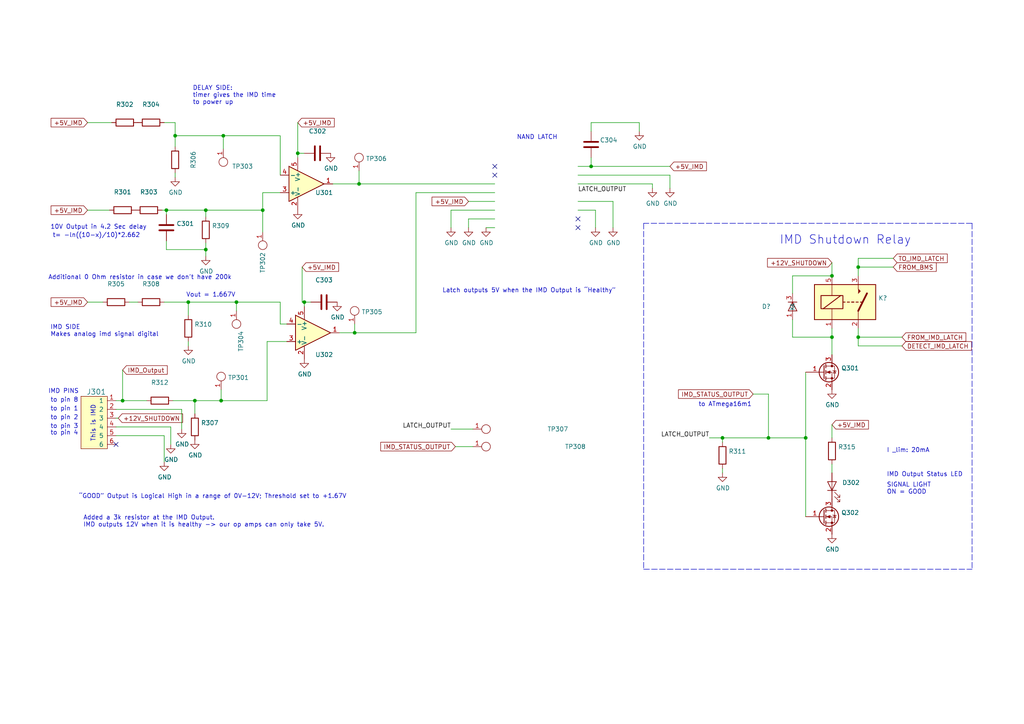
<source format=kicad_sch>
(kicad_sch (version 20211123) (generator eeschema)
  (paper "A4")
  (lib_symbols
    (symbol "formula:BAS40-00" (pin_names (offset 1.016))
      (property "Reference" "D" (at 0 2.54 0))
      (property "Value" "BAS40-00" (at 0 -2.54 0))
      (symbol "BAS40-00_1_1"
        (polyline (pts (xy -1.27 1.27) (xy -1.27 -1.27)) (stroke (width 0.2032)))
        (polyline (pts (xy 1.27 0) (xy -1.27 0)))
        (polyline (pts (xy 1.27 1.27) (xy 1.27 -1.27) (xy -1.27 0) (xy 1.27 1.27)) (stroke (width 0.2032)))
        (pin passive line (at 3.81 0 180) (length 2.54) (name "A") (number "1"))
        (pin passive line (at -3.81 0 0) (length 2.54) (name "K") (number "3"))
      )
    )
    (symbol "formula:C_0.1uF" (pin_numbers hide) (pin_names (offset 0.254))
      (property "Reference" "C" (at 0.635 2.54 0))
      (property "Value" "C_0.1uF" (at 0.635 -2.54 0))
      (symbol "C_0.1uF_0_1"
        (polyline (pts (xy -2.032 -0.762) (xy 2.032 -0.762)) (stroke (width 0.508)))
        (polyline (pts (xy -2.032 0.762) (xy 2.032 0.762)) (stroke (width 0.508)))
      )
      (symbol "C_0.1uF_1_1"
        (pin passive line (at 0 3.81 270) (length 2.794) (name "~") (number "1"))
        (pin passive line (at 0 -3.81 90) (length 2.794) (name "~") (number "2"))
      )
    )
    (symbol "formula:C_22uF" (pin_numbers hide) (pin_names (offset 0.254))
      (property "Reference" "C" (at 0.635 2.54 0))
      (property "Value" "C_22uF" (at 0.635 -2.54 0))
      (symbol "C_22uF_0_1"
        (polyline (pts (xy -2.032 -0.762) (xy 2.032 -0.762)) (stroke (width 0.508)))
        (polyline (pts (xy -2.032 0.762) (xy 2.032 0.762)) (stroke (width 0.508)))
      )
      (symbol "C_22uF_1_1"
        (pin passive line (at 0 3.81 270) (length 2.794) (name "~") (number "1"))
        (pin passive line (at 0 -3.81 90) (length 2.794) (name "~") (number "2"))
      )
    )
    (symbol "formula:G5Q-1A4-DC12" (pin_names (offset 1.016))
      (property "Reference" "K" (at -1.27 12.7 0))
      (property "Value" "G5Q-1A4-DC12" (at 0 -10.16 0))
      (symbol "G5Q-1A4-DC12_1_0"
        (polyline (pts (xy 2.54 3.81) (xy 2.54 5.08)))
      )
      (symbol "G5Q-1A4-DC12_1_1"
        (rectangle (start -10.16 5.08) (end 7.62 -5.08) (stroke (width 0.254)) (fill (type background)))
        (rectangle (start -8.255 1.905) (end -1.905 -1.905) (stroke (width 0.254)))
        (polyline (pts (xy -7.62 -1.905) (xy -2.54 1.905)) (stroke (width 0.254)))
        (polyline (pts (xy -5.08 -5.08) (xy -5.08 -1.905)))
        (polyline (pts (xy -5.08 5.08) (xy -5.08 1.905)))
        (polyline (pts (xy -1.905 0) (xy -1.27 0)) (stroke (width 0.254)))
        (polyline (pts (xy -0.635 0) (xy 0 0)) (stroke (width 0.254)))
        (polyline (pts (xy 0.635 0) (xy 1.27 0)) (stroke (width 0.254)))
        (polyline (pts (xy 0.635 0) (xy 1.27 0)) (stroke (width 0.254)))
        (polyline (pts (xy 1.905 0) (xy 2.54 0)) (stroke (width 0.254)))
        (polyline (pts (xy 2.54 -2.54) (xy 2.54 -5.08)))
        (polyline (pts (xy 2.54 -2.54) (xy 5.08 2.54)) (stroke (width 0.508)))
        (polyline (pts (xy 3.175 0) (xy 3.81 0)) (stroke (width 0.254)))
        (polyline (pts (xy 2.54 2.54) (xy 3.175 3.175) (xy 2.54 3.81)) (fill (type outline)))
        (pin passive line (at -5.08 -7.62 90) (length 2.54) (name "~") (number "1"))
        (pin passive line (at 2.54 -7.62 90) (length 2.54) (name "~") (number "2"))
        (pin passive line (at 2.54 7.62 270) (length 2.54) (name "~") (number "3"))
        (pin passive line (at -5.08 7.62 270) (length 2.54) (name "~") (number "5"))
      )
    )
    (symbol "formula:LED_0805" (pin_numbers hide) (pin_names (offset 1.016) hide)
      (property "Reference" "D" (at 0 -2.54 0))
      (property "Value" "LED_0805" (at 0 2.54 0))
      (symbol "LED_0805_0_1"
        (polyline (pts (xy -1.27 -1.27) (xy -1.27 1.27)) (stroke (width 0.2032)))
        (polyline (pts (xy -1.27 0) (xy 1.27 0)))
        (polyline (pts (xy 1.27 -1.27) (xy 1.27 1.27) (xy -1.27 0) (xy 1.27 -1.27)) (stroke (width 0.2032)))
        (polyline (pts (xy -3.048 -0.762) (xy -4.572 -2.286) (xy -3.81 -2.286) (xy -4.572 -2.286) (xy -4.572 -1.524)))
        (polyline (pts (xy -1.778 -0.762) (xy -3.302 -2.286) (xy -2.54 -2.286) (xy -3.302 -2.286) (xy -3.302 -1.524)))
      )
      (symbol "LED_0805_1_1"
        (pin passive line (at -3.81 0 0) (length 2.54) (name "K") (number "1"))
        (pin passive line (at 3.81 0 180) (length 2.54) (name "A") (number "2"))
      )
    )
    (symbol "formula:MicroFit_RA_06" (pin_names (offset 1.016))
      (property "Reference" "J" (at 0 8.89 0))
      (property "Value" "MicroFit_RA_06" (at 2.54 -10.16 0))
      (symbol "MicroFit_RA_06_0_1"
        (rectangle (start 3.81 -7.62) (end -3.81 7.62) (fill (type background)))
      )
      (symbol "MicroFit_RA_06_1_1"
        (pin bidirectional line (at 6.35 6.35 180) (length 2.54) (name "1") (number "1"))
        (pin bidirectional line (at 6.35 3.81 180) (length 2.54) (name "2") (number "2"))
        (pin bidirectional line (at 6.35 1.27 180) (length 2.54) (name "3") (number "3"))
        (pin bidirectional line (at 6.35 -1.27 180) (length 2.54) (name "4") (number "4"))
        (pin bidirectional line (at 6.35 -3.81 180) (length 2.54) (name "5") (number "5"))
        (pin bidirectional line (at 6.35 -6.35 180) (length 2.54) (name "6") (number "6"))
      )
    )
    (symbol "formula:R_0" (pin_numbers hide) (pin_names (offset 0))
      (property "Reference" "R" (at 2.032 0 90))
      (property "Value" "R_0" (at -2.54 0 90))
      (symbol "R_0_0_1"
        (rectangle (start -1.016 -2.54) (end 1.016 2.54) (stroke (width 0.254)))
      )
      (symbol "R_0_1_1"
        (pin passive line (at 0 3.81 270) (length 1.27) (name "~") (number "1"))
        (pin passive line (at 0 -3.81 90) (length 1.27) (name "~") (number "2"))
      )
    )
    (symbol "formula:R_1.82M" (pin_numbers hide) (pin_names (offset 0))
      (property "Reference" "R" (at 2.032 0 90))
      (property "Value" "R_1.82M" (at -2.54 0 90))
      (symbol "R_1.82M_0_1"
        (rectangle (start -1.016 -2.54) (end 1.016 2.54) (stroke (width 0.254)))
      )
      (symbol "R_1.82M_1_1"
        (pin passive line (at 0 3.81 270) (length 1.27) (name "~") (number "1"))
        (pin passive line (at 0 -3.81 90) (length 1.27) (name "~") (number "2"))
      )
    )
    (symbol "formula:R_100K" (pin_numbers hide) (pin_names (offset 0))
      (property "Reference" "R" (at 2.032 0 90))
      (property "Value" "R_100K" (at -2.54 0 90))
      (symbol "R_100K_0_1"
        (rectangle (start -1.016 -2.54) (end 1.016 2.54) (stroke (width 0.254)))
      )
      (symbol "R_100K_1_1"
        (pin passive line (at 0 3.81 270) (length 1.27) (name "~") (number "1"))
        (pin passive line (at 0 -3.81 90) (length 1.27) (name "~") (number "2"))
      )
    )
    (symbol "formula:R_120K" (pin_numbers hide) (pin_names (offset 0))
      (property "Reference" "R" (at 2.032 0 90))
      (property "Value" "R_120K" (at -2.54 0 90))
      (symbol "R_120K_0_1"
        (rectangle (start -1.016 -2.54) (end 1.016 2.54) (stroke (width 0.254)))
      )
      (symbol "R_120K_1_1"
        (pin passive line (at 0 3.81 270) (length 1.27) (name "~") (number "1"))
        (pin passive line (at 0 -3.81 90) (length 1.27) (name "~") (number "2"))
      )
    )
    (symbol "formula:R_1K" (pin_numbers hide) (pin_names (offset 0))
      (property "Reference" "R" (at 2.032 0 90))
      (property "Value" "R_1K" (at -2.54 0 90))
      (symbol "R_1K_0_1"
        (rectangle (start -1.016 -2.54) (end 1.016 2.54) (stroke (width 0.254)))
      )
      (symbol "R_1K_1_1"
        (pin passive line (at 0 3.81 270) (length 1.27) (name "~") (number "1"))
        (pin passive line (at 0 -3.81 90) (length 1.27) (name "~") (number "2"))
      )
    )
    (symbol "formula:R_2.2K" (pin_numbers hide) (pin_names (offset 0))
      (property "Reference" "R" (at 2.032 0 90))
      (property "Value" "R_2.2K" (at -2.54 0 90))
      (symbol "R_2.2K_0_1"
        (rectangle (start -1.016 -2.54) (end 1.016 2.54) (stroke (width 0.254)))
      )
      (symbol "R_2.2K_1_1"
        (pin passive line (at 0 3.81 270) (length 1.27) (name "~") (number "1"))
        (pin passive line (at 0 -3.81 90) (length 1.27) (name "~") (number "2"))
      )
    )
    (symbol "formula:R_200K" (pin_numbers hide) (pin_names (offset 0))
      (property "Reference" "R" (at 2.032 0 90))
      (property "Value" "R_200K" (at -2.54 0 90))
      (symbol "R_200K_0_1"
        (rectangle (start -1.016 -2.54) (end 1.016 2.54) (stroke (width 0.254)))
      )
      (symbol "R_200K_1_1"
        (pin passive line (at 0 3.81 270) (length 1.27) (name "~") (number "1"))
        (pin passive line (at 0 -3.81 90) (length 1.27) (name "~") (number "2"))
      )
    )
    (symbol "formula:R_300K" (pin_numbers hide) (pin_names (offset 0))
      (property "Reference" "R" (at 2.032 0 90))
      (property "Value" "R_300K" (at -2.54 0 90))
      (symbol "R_300K_0_1"
        (rectangle (start -1.016 -2.54) (end 1.016 2.54) (stroke (width 0.254)))
      )
      (symbol "R_300K_1_1"
        (pin passive line (at 0 3.81 270) (length 1.27) (name "~") (number "1"))
        (pin passive line (at 0 -3.81 90) (length 1.27) (name "~") (number "2"))
      )
    )
    (symbol "formula:R_3K" (pin_numbers hide) (pin_names (offset 0))
      (property "Reference" "R" (at 2.032 0 90))
      (property "Value" "R_3K" (at -2.54 0 90))
      (symbol "R_3K_0_1"
        (rectangle (start -1.016 -2.54) (end 1.016 2.54) (stroke (width 0.254)))
      )
      (symbol "R_3K_1_1"
        (pin passive line (at 0 3.81 270) (length 1.27) (name "~") (number "1"))
        (pin passive line (at 0 -3.81 90) (length 1.27) (name "~") (number "2"))
      )
    )
    (symbol "formula:R_604K" (pin_numbers hide) (pin_names (offset 0))
      (property "Reference" "R" (at 2.032 0 90))
      (property "Value" "R_604K" (at -2.54 0 90))
      (symbol "R_604K_0_1"
        (rectangle (start -1.016 -2.54) (end 1.016 2.54) (stroke (width 0.254)))
      )
      (symbol "R_604K_1_1"
        (pin passive line (at 0 3.81 270) (length 1.27) (name "~") (number "1"))
        (pin passive line (at 0 -3.81 90) (length 1.27) (name "~") (number "2"))
      )
    )
    (symbol "formula:SSM3K333R" (pin_names (offset 0) hide)
      (property "Reference" "Q" (at 5.08 1.905 0))
      (property "Value" "SSM3K333R" (at 5.08 0 0))
      (symbol "SSM3K333R_0_1"
        (polyline (pts (xy 0.762 -1.778) (xy 2.54 -1.778)))
        (polyline (pts (xy 0.762 -1.27) (xy 0.762 -2.286)) (stroke (width 0.254)))
        (polyline (pts (xy 0.762 0) (xy 2.54 0)))
        (polyline (pts (xy 0.762 0.508) (xy 0.762 -0.508)) (stroke (width 0.254)))
        (polyline (pts (xy 0.762 1.778) (xy 2.54 1.778)))
        (polyline (pts (xy 0.762 2.286) (xy 0.762 1.27)) (stroke (width 0.254)))
        (polyline (pts (xy 2.54 -1.778) (xy 2.54 -2.54)))
        (polyline (pts (xy 2.54 -1.778) (xy 2.54 0)))
        (polyline (pts (xy 2.54 2.54) (xy 2.54 1.778)))
        (polyline (pts (xy 0.254 1.905) (xy 0.254 -1.905) (xy 0.254 -1.905)) (stroke (width 0.254)))
        (polyline (pts (xy 1.016 0) (xy 2.032 0.381) (xy 2.032 -0.381) (xy 1.016 0)) (fill (type outline)))
        (polyline (pts (xy 2.54 -1.778) (xy 3.302 -1.778) (xy 3.302 1.778) (xy 2.54 1.778)))
        (polyline (pts (xy 2.794 0.508) (xy 2.921 0.381) (xy 3.683 0.381) (xy 3.81 0.254)))
        (polyline (pts (xy 3.302 0.381) (xy 2.921 -0.254) (xy 3.683 -0.254) (xy 3.302 0.381)))
        (circle (center 1.651 0) (radius 2.8194) (stroke (width 0.254)))
        (circle (center 2.54 -1.778) (radius 0.2794) (fill (type outline)))
        (circle (center 2.54 1.778) (radius 0.2794) (fill (type outline)))
      )
      (symbol "SSM3K333R_1_1"
        (pin input line (at -5.08 0 0) (length 5.334) (name "G") (number "1"))
        (pin passive line (at 2.54 -5.08 90) (length 2.54) (name "S") (number "2"))
        (pin passive line (at 2.54 5.08 270) (length 2.54) (name "D") (number "3"))
      )
    )
    (symbol "formula:TLV3701QDBVRG4Q1" (pin_names (offset 0.254))
      (property "Reference" "U" (at 1.27 5.08 0))
      (property "Value" "TLV3701QDBVRG4Q1" (at 3.81 -5.08 0))
      (symbol "TLV3701QDBVRG4Q1_0_1"
        (polyline (pts (xy -5.08 5.08) (xy 5.08 0) (xy -5.08 -5.08) (xy -5.08 5.08)) (stroke (width 0.254)) (fill (type background)))
      )
      (symbol "TLV3701QDBVRG4Q1_1_1"
        (pin output line (at 7.62 0 180) (length 2.54) (name "~") (number "1"))
        (pin input line (at -2.54 -7.62 90) (length 3.81) (name "V-") (number "2"))
        (pin input line (at -7.62 -2.54 0) (length 2.54) (name "+") (number "3"))
        (pin input line (at -7.62 2.54 0) (length 2.54) (name "-") (number "4"))
        (pin input line (at -2.54 7.62 270) (length 3.81) (name "V+") (number "5"))
      )
    )
    (symbol "formula:Test_Point_SMD" (pin_names (offset 1.016))
      (property "Reference" "TP" (at 0 7.62 0))
      (property "Value" "Test_Point_SMD" (at 1.27 5.08 0))
      (symbol "Test_Point_SMD_1_1"
        (circle (center 0 2.54) (radius 1.27))
        (pin input line (at 0 -1.27 90) (length 2.54) (name "~") (number "1"))
      )
    )
    (symbol "power:GND" (power) (pin_names (offset 0))
      (property "Value" "GND" (at 0 -3.81 0))
      (symbol "GND_0_1"
        (polyline (pts (xy 0 0) (xy 0 -1.27) (xy 1.27 -1.27) (xy 0 -2.54) (xy -1.27 -1.27) (xy 0 -1.27)))
      )
      (symbol "GND_1_1"
        (pin power_in line (at 0 0 270) (length 0) hide (name "GND") (number "1"))
      )
    )
  )
  (junction (at 35.56 116.205))
  (junction (at 59.69 72.39))
  (junction (at 241.3 97.79))
  (junction (at 50.8 39.37))
  (junction (at 248.92 77.47))
  (junction (at 59.69 60.96))
  (junction (at 171.45 48.26))
  (junction (at 248.92 97.79))
  (junction (at 54.61 87.63))
  (junction (at 48.26 60.96))
  (junction (at 222.885 127))
  (junction (at 241.3 80.01))
  (junction (at 88.265 87.63))
  (junction (at 68.58 87.63))
  (junction (at 64.135 116.205))
  (junction (at 209.55 127))
  (junction (at 102.87 96.52))
  (junction (at 233.68 127))
  (junction (at 56.515 116.205))
  (junction (at 104.14 53.34))
  (junction (at 86.36 44.45))
  (junction (at 64.77 39.37))
  (junction (at 76.2 60.96))
  (no_connect (at 143.51 50.8))
  (no_connect (at 167.64 66.04))
  (no_connect (at 167.64 63.5))
  (no_connect (at 33.655 128.905))
  (no_connect (at 143.51 48.26))
  (wire (pts (xy 33.655 116.205) (xy 35.56 116.205)))
  (wire (pts (xy 167.64 60.96) (xy 172.72 60.96)))
  (wire (pts (xy 49.53 123.825) (xy 33.655 123.825)))
  (wire (pts (xy 56.515 116.205) (xy 64.135 116.205)))
  (wire (pts (xy 241.3 97.79) (xy 241.3 95.25)))
  (wire (pts (xy 76.2 55.88) (xy 81.28 55.88)))
  (wire (pts (xy 48.26 72.39) (xy 59.69 72.39)))
  (wire (pts (xy 87.63 77.47) (xy 87.63 87.63)))
  (wire (pts (xy 50.165 116.205) (xy 56.515 116.205)))
  (wire (pts (xy 233.68 127) (xy 233.68 149.86)))
  (wire (pts (xy 81.28 87.63) (xy 68.58 87.63)))
  (wire (pts (xy 54.61 87.63) (xy 68.58 87.63)))
  (wire (pts (xy 35.56 116.205) (xy 42.545 116.205)))
  (wire (pts (xy 218.44 114.3) (xy 222.885 114.3)))
  (wire (pts (xy 143.51 66.04) (xy 140.97 66.04)))
  (wire (pts (xy 167.64 53.34) (xy 189.23 53.34)))
  (wire (pts (xy 50.8 35.56) (xy 50.8 39.37)))
  (wire (pts (xy 167.64 48.26) (xy 171.45 48.26)))
  (wire (pts (xy 59.69 72.39) (xy 59.69 74.295)))
  (wire (pts (xy 241.3 76.2) (xy 241.3 80.01)))
  (wire (pts (xy 209.55 135.89) (xy 209.55 137.16)))
  (wire (pts (xy 120.65 55.88) (xy 120.65 96.52)))
  (wire (pts (xy 48.26 60.96) (xy 59.69 60.96)))
  (wire (pts (xy 171.45 35.56) (xy 185.42 35.56)))
  (wire (pts (xy 25.4 87.63) (xy 29.845 87.63)))
  (wire (pts (xy 49.53 128.905) (xy 49.53 123.825)))
  (wire (pts (xy 130.81 124.46) (xy 137.16 124.46)))
  (wire (pts (xy 189.23 53.34) (xy 189.23 54.61)))
  (wire (pts (xy 177.8 58.42) (xy 177.8 66.04)))
  (wire (pts (xy 54.61 99.06) (xy 54.61 100.33)))
  (polyline (pts (xy 281.94 64.77) (xy 186.69 64.77)))
  (wire (pts (xy 68.58 87.63) (xy 68.58 90.17)))
  (wire (pts (xy 229.87 97.79) (xy 241.3 97.79)))
  (wire (pts (xy 229.87 97.79) (xy 229.87 92.71)))
  (polyline (pts (xy 186.69 64.77) (xy 186.69 165.1)))
  (wire (pts (xy 172.72 60.96) (xy 172.72 66.04)))
  (wire (pts (xy 48.26 69.85) (xy 48.26 72.39)))
  (wire (pts (xy 88.265 44.45) (xy 86.36 44.45)))
  (wire (pts (xy 59.69 70.485) (xy 59.69 72.39)))
  (wire (pts (xy 194.31 50.8) (xy 194.31 54.61)))
  (wire (pts (xy 241.3 102.87) (xy 241.3 97.79)))
  (wire (pts (xy 132.08 129.54) (xy 137.16 129.54)))
  (wire (pts (xy 130.81 60.96) (xy 130.81 66.04)))
  (wire (pts (xy 33.655 121.285) (xy 34.29 121.285)))
  (wire (pts (xy 64.77 39.37) (xy 64.77 43.18)))
  (wire (pts (xy 104.14 49.53) (xy 104.14 53.34)))
  (wire (pts (xy 98.425 96.52) (xy 102.87 96.52)))
  (wire (pts (xy 59.69 60.96) (xy 76.2 60.96)))
  (wire (pts (xy 47.625 126.365) (xy 47.625 133.985)))
  (wire (pts (xy 37.465 87.63) (xy 40.005 87.63)))
  (wire (pts (xy 222.885 114.3) (xy 222.885 127)))
  (wire (pts (xy 229.87 80.01) (xy 241.3 80.01)))
  (wire (pts (xy 50.8 39.37) (xy 64.77 39.37)))
  (wire (pts (xy 233.68 107.95) (xy 233.68 127)))
  (wire (pts (xy 135.89 63.5) (xy 135.89 66.04)))
  (wire (pts (xy 102.87 93.98) (xy 102.87 96.52)))
  (wire (pts (xy 33.655 118.745) (xy 52.705 118.745)))
  (wire (pts (xy 56.515 120.015) (xy 56.515 116.205)))
  (wire (pts (xy 33.655 126.365) (xy 47.625 126.365)))
  (wire (pts (xy 171.45 38.1) (xy 171.45 35.56)))
  (wire (pts (xy 86.36 35.56) (xy 86.36 44.45)))
  (wire (pts (xy 48.26 60.96) (xy 48.26 62.23)))
  (wire (pts (xy 248.92 97.79) (xy 248.92 100.33)))
  (wire (pts (xy 143.51 63.5) (xy 135.89 63.5)))
  (wire (pts (xy 248.92 77.47) (xy 259.08 77.47)))
  (wire (pts (xy 81.28 93.98) (xy 81.28 87.63)))
  (wire (pts (xy 185.42 35.56) (xy 185.42 38.1)))
  (wire (pts (xy 241.3 123.19) (xy 241.3 127)))
  (wire (pts (xy 171.45 48.26) (xy 171.45 45.72)))
  (wire (pts (xy 167.64 58.42) (xy 177.8 58.42)))
  (wire (pts (xy 64.77 39.37) (xy 81.28 39.37)))
  (wire (pts (xy 81.28 39.37) (xy 81.28 50.8)))
  (wire (pts (xy 88.265 87.63) (xy 90.17 87.63)))
  (wire (pts (xy 167.64 50.8) (xy 194.31 50.8)))
  (wire (pts (xy 25.4 35.56) (xy 32.385 35.56)))
  (wire (pts (xy 88.265 87.63) (xy 88.265 88.9)))
  (wire (pts (xy 64.135 113.03) (xy 64.135 116.205)))
  (wire (pts (xy 209.55 127) (xy 222.885 127)))
  (wire (pts (xy 229.87 85.09) (xy 229.87 80.01)))
  (wire (pts (xy 248.92 100.33) (xy 261.62 100.33)))
  (wire (pts (xy 54.61 87.63) (xy 47.625 87.63)))
  (wire (pts (xy 47.625 35.56) (xy 50.8 35.56)))
  (wire (pts (xy 261.62 97.79) (xy 248.92 97.79)))
  (wire (pts (xy 50.8 50.165) (xy 50.8 51.435)))
  (wire (pts (xy 102.87 96.52) (xy 120.65 96.52)))
  (polyline (pts (xy 281.94 64.77) (xy 281.94 165.1)))
  (wire (pts (xy 54.61 87.63) (xy 54.61 91.44)))
  (wire (pts (xy 87.63 87.63) (xy 88.265 87.63)))
  (wire (pts (xy 76.2 60.96) (xy 76.2 67.31)))
  (wire (pts (xy 120.65 55.88) (xy 143.51 55.88)))
  (wire (pts (xy 143.51 58.42) (xy 135.89 58.42)))
  (wire (pts (xy 77.47 99.06) (xy 77.47 116.205)))
  (wire (pts (xy 86.36 44.45) (xy 86.36 45.72)))
  (wire (pts (xy 64.135 116.205) (xy 77.47 116.205)))
  (wire (pts (xy 248.92 97.79) (xy 248.92 95.25)))
  (wire (pts (xy 35.56 107.315) (xy 35.56 116.205)))
  (wire (pts (xy 222.885 127) (xy 233.68 127)))
  (wire (pts (xy 143.51 53.34) (xy 104.14 53.34)))
  (wire (pts (xy 143.51 60.96) (xy 130.81 60.96)))
  (wire (pts (xy 59.69 62.865) (xy 59.69 60.96)))
  (wire (pts (xy 46.99 60.96) (xy 48.26 60.96)))
  (wire (pts (xy 83.185 93.98) (xy 81.28 93.98)))
  (wire (pts (xy 205.74 127) (xy 209.55 127)))
  (wire (pts (xy 31.75 60.96) (xy 25.4 60.96)))
  (polyline (pts (xy 186.69 165.1) (xy 281.94 165.1)))
  (wire (pts (xy 83.185 99.06) (xy 77.47 99.06)))
  (wire (pts (xy 76.2 60.96) (xy 76.2 55.88)))
  (wire (pts (xy 171.45 48.26) (xy 194.31 48.26)))
  (wire (pts (xy 50.8 39.37) (xy 50.8 42.545)))
  (wire (pts (xy 209.55 127) (xy 209.55 128.27)))
  (wire (pts (xy 241.3 134.62) (xy 241.3 137.16)))
  (wire (pts (xy 248.92 74.93) (xy 259.08 74.93)))
  (wire (pts (xy 104.14 53.34) (xy 96.52 53.34)))
  (wire (pts (xy 248.92 74.93) (xy 248.92 77.47)))
  (wire (pts (xy 248.92 77.47) (xy 248.92 80.01)))
  (wire (pts (xy 52.705 118.745) (xy 52.705 124.46)))
  (text "Vout = 1.667V" (at 53.975 86.36 0) (effects (font (size 1.27 1.27)) (justify left bottom)))
  (text "DELAY SIDE:\ntimer gives the IMD time \nto power up" (at 55.88 30.48 0) (effects (font (size 1.27 1.27)) (justify left bottom)))
  (text "Added a 3k resistor at the IMD Output. \nIMD outputs 12V when it is healthy -> our op amps can only take 5V. " (at 24.13 153.035 0) (effects (font (size 1.27 1.27)) (justify left bottom)))
  (text "SIGNAL LIGHT\nON = GOOD\n" (at 257.175 143.51 0) (effects (font (size 1.27 1.27)) (justify left bottom)))
  (text "I _lim: 20mA\n" (at 257.175 131.445 0) (effects (font (size 1.27 1.27)) (justify left bottom)))
  (text "to pin 2" (at 14.605 121.92 0) (effects (font (size 1.27 1.27)) (justify left bottom)))
  (text "NAND LATCH\n" (at 149.86 40.64 0) (effects (font (size 1.27 1.27)) (justify left bottom)))
  (text "to pin 4" (at 14.605 126.365 0) (effects (font (size 1.27 1.27)) (justify left bottom)))
  (text "t= -ln((10-x)/10)*2.662\n\n" (at 15.24 71.12 0) (effects (font (size 1.27 1.27)) (justify left bottom)))
  (text "to pin 3" (at 14.605 124.46 0) (effects (font (size 1.27 1.27)) (justify left bottom)))
  (text "Additional 0 Ohm resistor in case we don't have 200k" (at 13.97 81.28 0) (effects (font (size 1.27 1.27)) (justify left bottom)))
  (text "IMD Shutdown Relay" (at 226.06 71.12 0) (effects (font (size 2.4892 2.4892)) (justify left bottom)))
  (text "to pin 1" (at 14.605 119.38 0) (effects (font (size 1.27 1.27)) (justify left bottom)))
  (text "10V Output in 4.2 Sec delay\n" (at 14.605 66.675 0) (effects (font (size 1.27 1.27)) (justify left bottom)))
  (text "Latch outputs 5V when the IMD Output is “Healthy”" (at 128.27 85.09 0) (effects (font (size 1.27 1.27)) (justify left bottom)))
  (text "This is IMD\n\n" (at 29.845 128.27 90) (effects (font (size 1.27 1.27)) (justify left bottom)))
  (text "IMD PINS" (at 13.97 114.3 0) (effects (font (size 1.27 1.27)) (justify left bottom)))
  (text "IMD SIDE\nMakes analog imd signal digital\n" (at 14.605 97.79 0) (effects (font (size 1.27 1.27)) (justify left bottom)))
  (text "“GOOD” Output is Logical High in a range of 0V-12V; Threshold set to +1.67V\n" (at 22.86 144.78 0) (effects (font (size 1.27 1.27)) (justify left bottom)))
  (text "to pin 8" (at 14.605 116.84 0) (effects (font (size 1.27 1.27)) (justify left bottom)))
  (text "IMD Output Status LED\n" (at 257.175 138.43 0) (effects (font (size 1.27 1.27)) (justify left bottom)))
  (text "to ATmega16m1" (at 202.565 118.11 0) (effects (font (size 1.27 1.27)) (justify left bottom)))
  (label "LATCH_OUTPUT" (at 167.64 55.88 0))
  (label "LATCH_OUTPUT" (at 205.74 127 180))
  (label "LATCH_OUTPUT" (at 130.81 124.46 180))
  (global_label "+5V_IMD" (shape input) (at 25.4 87.63 180) (property "Intersheet References" "${INTERSHEET_REFS}" (effects hide)))
  (global_label "+5V_IMD" (shape input) (at 25.4 35.56 180) (property "Intersheet References" "${INTERSHEET_REFS}" (effects hide)))
  (global_label "IMD_Output" (shape input) (at 35.56 107.315 0) (property "Intersheet References" "${INTERSHEET_REFS}" (effects hide)))
  (global_label "+12V_SHUTDOWN" (shape input) (at 241.3 76.2 180) (property "Intersheet References" "${INTERSHEET_REFS}" (effects hide)))
  (global_label "+5V_IMD" (shape input) (at 241.3 123.19 0) (property "Intersheet References" "${INTERSHEET_REFS}" (effects hide)))
  (global_label "+5V_IMD" (shape input) (at 135.89 58.42 180) (property "Intersheet References" "${INTERSHEET_REFS}" (effects hide)))
  (global_label "IMD_STATUS_OUTPUT" (shape input) (at 132.08 129.54 180) (property "Intersheet References" "${INTERSHEET_REFS}" (effects hide)))
  (global_label "+5V_IMD" (shape input) (at 86.36 35.56 0) (property "Intersheet References" "${INTERSHEET_REFS}" (effects hide)))
  (global_label "+5V_IMD" (shape input) (at 194.31 48.26 0) (property "Intersheet References" "${INTERSHEET_REFS}" (effects hide)))
  (global_label "FROM_IMD_LATCH" (shape input) (at 261.62 97.79 0) (property "Intersheet References" "${INTERSHEET_REFS}" (effects hide)))
  (global_label "IMD_STATUS_OUTPUT" (shape input) (at 218.44 114.3 180) (property "Intersheet References" "${INTERSHEET_REFS}" (effects hide)))
  (global_label "TO_IMD_LATCH" (shape input) (at 259.08 74.93 0) (property "Intersheet References" "${INTERSHEET_REFS}" (effects hide)))
  (global_label "+12V_SHUTDOWN" (shape input) (at 34.29 121.285 0) (property "Intersheet References" "${INTERSHEET_REFS}" (effects hide)))
  (global_label "DETECT_IMD_LATCH" (shape input) (at 261.62 100.33 0) (property "Intersheet References" "${INTERSHEET_REFS}" (effects hide)))
  (global_label "+5V_IMD" (shape input) (at 87.63 77.47 0) (property "Intersheet References" "${INTERSHEET_REFS}" (effects hide)))
  (global_label "FROM_BMS" (shape input) (at 259.08 77.47 0) (property "Intersheet References" "${INTERSHEET_REFS}" (effects hide)))
  (global_label "+5V_IMD" (shape input) (at 25.4 60.96 180) (property "Intersheet References" "${INTERSHEET_REFS}" (effects hide)))
  (symbol (lib_id "formula:CD4044BDR") (at 161.29 66.04 0) (unit 1)
    (property "Reference" "U?" (at 155.575 42.545 0))
    (property "Datasheet" "https://www.ti.com/lit/ds/symlink/cd4043b.pdf" (effects hide))
    (property "MNF" "DK" (effects hide))
    (property "MPN" "296-31498-1-ND" (effects hide))
    (property "Purchasing Link" "https://www.digikey.com/en/products/detail/texas-instruments/CD4044BDR/1691063?s=N4IgTCBcDaIMIBEAsAGJSBCCBKIC6AvkA" (effects hide))
  )
  (symbol (lib_id "power:GND") (at 140.97 66.04 0) (unit 1)
    (property "Reference" "#PWR?" (effects hide))
  )
  (symbol (lib_id "power:GND") (at 135.89 66.04 0) (unit 1)
    (property "Reference" "#PWR?" (effects hide))
  )
  (symbol (lib_id "power:GND") (at 130.81 66.04 0) (unit 1)
    (property "Reference" "#PWR?" (effects hide))
  )
  (symbol (lib_id "power:GND") (at 172.72 66.04 0) (unit 1)
    (property "Reference" "#PWR?" (effects hide))
  )
  (symbol (lib_id "power:GND") (at 177.8 66.04 0) (unit 1)
    (property "Reference" "#PWR?" (effects hide))
  )
  (symbol (lib_id "power:GND") (at 189.23 54.61 0) (unit 1)
    (property "Reference" "#PWR?" (effects hide))
  )
  (symbol (lib_id "power:GND") (at 194.31 54.61 0) (unit 1)
    (property "Reference" "#PWR?" (effects hide))
  )
  (symbol (lib_id "formula:C_0.1uF") (at 171.45 41.91 0) (unit 1)
    (property "Reference" "C304" (at 173.99 40.64 0) (effects (justify left)))
    (property "Datasheet" "http://datasheets.avx.com/X7RDielectric.pdf" (effects hide))
    (property "MFN" "DK" (effects hide))
    (property "MPN" "478-3352-1-ND" (effects hide))
    (property "PurchasingLink" "https://www.digikey.com/products/en?keywords=478-3352-1-ND" (effects hide))
  )
  (symbol (lib_id "power:GND") (at 185.42 38.1 0) (unit 1)
    (property "Reference" "#PWR?" (effects hide))
  )
  (symbol (lib_id "power:GND") (at 54.61 100.33 0) (unit 1)
    (property "Reference" "#PWR?" (effects hide))
  )
  (symbol (lib_id "formula:G5Q-1A4-DC12") (at 246.38 87.63 0) (unit 1)
    (property "Reference" "K?" (at 254.762 86.4616 0) (effects (justify left)))
    (property "Datasheet" "https://omronfs.omron.com/en_US/ecb/products/pdf/en-g5q.pdf" (effects hide))
  )
  (symbol (lib_id "formula:BAS40-00") (at 229.87 88.9 270) (unit 1)
    (property "Reference" "D?" (at 222.25 88.9 90))
    (property "Datasheet" "https://assets.nexperia.com/documents/data-sheet/BAS40_1PSXXSB4X_SER.pdf" (effects hide))
    (property "MFN" "DK" (effects hide))
    (property "MPN" "1727-4234-1-ND" (effects hide))
    (property "PurchasingLink" "https://www.digikey.com/product-detail/en/nexperia-usa-inc/BAS40215/1727-4234-1-ND/2122190" (effects hide))
  )
  (symbol (lib_id "formula:SSM3K333R") (at 238.76 149.86 0) (unit 1)
    (property "Reference" "Q302" (at 243.9924 148.6916 0) (effects (justify left)))
    (property "Datasheet" "https://drive.google.com/drive/folders/0B-V-iZf33Y4GNzhDQTJZanJRbVk" (effects hide))
    (property "MFN" "DK" (effects hide))
    (property "MPN" "SSM3K333RLFCT-ND" (effects hide))
    (property "PurchasingLink" "https://www.digikey.com/product-detail/en/toshiba-semiconductor-and-storage/SSM3K333RLF/SSM3K333RLFCT-ND/3522391" (effects hide))
  )
  (symbol (lib_id "power:GND") (at 241.3 154.94 0) (unit 1)
    (property "Reference" "#PWR?" (effects hide))
  )
  (symbol (lib_id "power:GND") (at 50.8 51.435 0) (unit 1)
    (property "Reference" "#PWR?" (effects hide))
  )
  (symbol (lib_id "power:GND") (at 59.69 74.295 0) (unit 1)
    (property "Reference" "#PWR?" (effects hide))
  )
  (symbol (lib_id "power:GND") (at 86.36 60.96 0) (unit 1)
    (property "Reference" "#PWR?" (effects hide))
  )
  (symbol (lib_id "power:GND") (at 56.515 127.635 0) (unit 1)
    (property "Reference" "#PWR?" (effects hide))
  )
  (symbol (lib_id "power:GND") (at 52.705 124.46 0) (unit 1)
    (property "Reference" "#PWR?" (effects hide))
  )
  (symbol (lib_id "power:GND") (at 49.53 128.905 0) (unit 1)
    (property "Reference" "#PWR?" (effects hide))
  )
  (symbol (lib_id "power:GND") (at 88.265 104.14 0) (unit 1)
    (property "Reference" "#PWR?" (effects hide))
  )
  (symbol (lib_id "formula:C_0.1uF") (at 92.075 44.45 270) (unit 1)
    (property "Reference" "C302" (at 92.075 38.0492 90))
    (property "Datasheet" "http://datasheets.avx.com/X7RDielectric.pdf" (effects hide))
    (property "MFN" "DK" (effects hide))
    (property "MPN" "478-3352-1-ND" (effects hide))
    (property "PurchasingLink" "https://www.digikey.com/products/en?keywords=478-3352-1-ND" (effects hide))
  )
  (symbol (lib_id "power:GND") (at 95.885 44.45 0) (unit 1)
    (property "Reference" "#PWR?" (effects hide))
  )
  (symbol (lib_id "formula:C_0.1uF") (at 93.98 87.63 270) (unit 1)
    (property "Reference" "C303" (at 93.98 81.2292 90))
    (property "Datasheet" "http://datasheets.avx.com/X7RDielectric.pdf" (effects hide))
    (property "MFN" "DK" (effects hide))
    (property "MPN" "478-3352-1-ND" (effects hide))
    (property "PurchasingLink" "https://www.digikey.com/products/en?keywords=478-3352-1-ND" (effects hide))
  )
  (symbol (lib_id "power:GND") (at 97.79 87.63 0) (unit 1)
    (property "Reference" "#PWR?" (effects hide))
  )
  (symbol (lib_id "formula:R_604K") (at 209.55 132.08 0) (unit 1)
    (property "Reference" "R311" (at 211.328 130.9116 0) (effects (justify left)))
    (property "Datasheet" "https://www.seielect.com/Catalog/SEI-RMCF_RMCP.pdf" (effects hide))
    (property "MFN" "DK" (effects hide))
    (property "MPN" "RMCF0805FT604KCT-ND" (effects hide))
    (property "PurchasingLink" "https://www.digikey.com/product-detail/en/stackpole-electronics-inc/RMCF0805FT604K/RMCF0805FT604KCT-ND/4425214" (effects hide))
  )
  (symbol (lib_id "power:GND") (at 209.55 137.16 0) (unit 1)
    (property "Reference" "#PWR?" (effects hide))
  )
  (symbol (lib_id "power:GND") (at 241.3 113.03 0) (unit 1)
    (property "Reference" "#PWR?" (effects hide))
  )
  (symbol (lib_id "formula:SSM3K333R") (at 238.76 107.95 0) (unit 1)
    (property "Reference" "Q301" (at 243.9924 106.7816 0) (effects (justify left)))
    (property "Datasheet" "https://drive.google.com/drive/folders/0B-V-iZf33Y4GNzhDQTJZanJRbVk" (effects hide))
    (property "MFN" "DK" (effects hide))
    (property "MPN" "SSM3K333RLFCT-ND" (effects hide))
    (property "PurchasingLink" "https://www.digikey.com/product-detail/en/toshiba-semiconductor-and-storage/SSM3K333RLF/SSM3K333RLFCT-ND/3522391" (effects hide))
  )
  (symbol (lib_id "formula:R_1K") (at 241.3 130.81 0) (unit 1)
    (property "Reference" "R315" (at 243.078 129.6416 0) (effects (justify left)))
    (property "Datasheet" "https://www.seielect.com/Catalog/SEI-rncp.pdf" (effects hide))
    (property "MFN" "DK" (effects hide))
    (property "MPN" "RNCP0805FTD1K00CT-ND" (effects hide))
    (property "PurchasingLink" "https://www.digikey.com/products/en?keywords=RNCP0805FTD1K00CT-ND" (effects hide))
  )
  (symbol (lib_id "formula:LED_0805") (at 241.3 140.97 90) (unit 1)
    (property "Reference" "D302" (at 244.2718 139.9794 90) (effects (justify right)))
    (property "Datasheet" "http://www.osram-os.com/Graphics/XPic9/00078860_0.pdf" (effects hide))
    (property "MFN" "DK" (effects hide))
    (property "MPN" "475-1410-1-ND" (effects hide))
    (property "PurchasingLink" "https://www.digikey.com/products/en?keywords=475-1410-1-ND" (effects hide))
  )
  (symbol (lib_id "formula:TLV3701QDBVRG4Q1") (at 88.9 53.34 0) (unit 1)
    (property "Reference" "U301" (at 91.44 55.88 0) (effects (justify left)))
    (property "Datasheet" "http://www.ti.com/lit/ds/symlink/tlv3702-q1.pdf" (effects hide))
    (property "MFN" "DK" (effects hide))
    (property "MPN" "497-10249-1-ND" (effects hide))
    (property "PurchasingLink" "https://www.digikey.com/product-detail/en/texas-instruments/TLV3701QDBVRG4Q1/296-32395-6-ND/3507000" (effects hide))
  )
  (symbol (lib_id "formula:R_2.2K") (at 36.195 35.56 270) (unit 1)
    (property "Reference" "R302" (at 36.195 30.3022 90))
    (property "Datasheet" "https://www.seielect.com/Catalog/SEI-RMCF_RMCP.pdf" (effects hide))
    (property "MFN" "DK" (effects hide))
    (property "MPN" "RMCF0805FT2K20CT-ND" (effects hide))
    (property "PurchasingLink" "https://www.digikey.com/product-detail/en/stackpole-electronics-inc/RMCF0805FT2K20/RMCF0805FT2K20CT-ND/1942387" (effects hide))
  )
  (symbol (lib_id "formula:R_300K") (at 43.815 35.56 270) (unit 1)
    (property "Reference" "R304" (at 43.815 30.3022 90))
    (property "Datasheet" "https://industrial.panasonic.com/cdbs/www-data/pdf/RDM0000/AOA0000C307.pdf" (effects hide))
    (property "MFN" "DK" (effects hide))
    (property "MPN" "P300KDACT-ND" (effects hide))
    (property "PurchasingLink" "https://www.digikey.com/product-detail/en/panasonic-electronic-components/ERA-6AEB304V/P300KDACT-ND/1466006" (effects hide))
  )
  (symbol (lib_id "formula:R_604K") (at 50.8 46.355 180) (unit 1)
    (property "Reference" "R306" (at 56.0578 46.355 90))
    (property "Datasheet" "https://www.seielect.com/Catalog/SEI-RMCF_RMCP.pdf" (effects hide))
    (property "MFN" "DK" (effects hide))
    (property "MPN" "RMCF0805FT604KCT-ND" (effects hide))
    (property "PurchasingLink" "https://www.digikey.com/product-detail/en/stackpole-electronics-inc/RMCF0805FT604K/RMCF0805FT604KCT-ND/4425214" (effects hide))
  )
  (symbol (lib_id "formula:TLV3701QDBVRG4Q1") (at 90.805 96.52 0) (unit 1)
    (property "Reference" "U302" (at 91.44 102.87 0) (effects (justify left)))
    (property "Datasheet" "http://www.ti.com/lit/ds/symlink/tlv3702-q1.pdf" (effects hide))
    (property "MFN" "DK" (effects hide))
    (property "MPN" "497-10249-1-ND" (effects hide))
    (property "PurchasingLink" "https://www.digikey.com/product-detail/en/texas-instruments/TLV3701QDBVRG4Q1/296-32395-6-ND/3507000" (effects hide))
  )
  (symbol (lib_id "formula:R_1.82M") (at 59.69 66.675 0) (unit 1)
    (property "Reference" "R309" (at 61.468 65.5066 0) (effects (justify left)))
    (property "Datasheet" "https://www.seielect.com/Catalog/SEI-RMCF_RMCP.pdf" (effects hide))
    (property "MFN" "DK" (effects hide))
    (property "MPN" "RMCF0805FT1M82CT-ND" (effects hide))
    (property "PurchasingLink" "https://www.digikey.com/product-detail/en/stackpole-electronics-inc/RMCF0805FT1M82/RMCF0805FT1M82CT-ND/2418309" (effects hide))
  )
  (symbol (lib_id "formula:R_1K") (at 35.56 60.96 270) (unit 1)
    (property "Reference" "R301" (at 35.56 55.7022 90))
    (property "Datasheet" "https://www.seielect.com/Catalog/SEI-rncp.pdf" (effects hide))
    (property "MFN" "DK" (effects hide))
    (property "MPN" "RNCP0805FTD1K00CT-ND" (effects hide))
    (property "PurchasingLink" "https://www.digikey.com/products/en?keywords=RNCP0805FTD1K00CT-ND" (effects hide))
  )
  (symbol (lib_id "formula:R_120K") (at 43.18 60.96 270) (unit 1)
    (property "Reference" "R303" (at 43.18 55.7022 90))
    (property "Datasheet" "https://www.seielect.com/Catalog/SEI-RMCF_RMCP.pdf" (effects hide))
    (property "MFN" "DK" (effects hide))
    (property "MPN" "RMCF0805FT120KCT-ND" (effects hide))
    (property "PurchasingLink" "https://www.digikey.com/product-detail/en/stackpole-electronics-inc/RMCF0805FT120K/RMCF0805FT120KCT-ND/2418248" (effects hide))
  )
  (symbol (lib_id "formula:Test_Point_SMD") (at 64.77 44.45 180) (unit 1)
    (property "Reference" "TP303" (at 67.31 48.26 0) (effects (justify right)))
  )
  (symbol (lib_id "formula:Test_Point_SMD") (at 76.2 68.58 180) (unit 1)
    (property "Reference" "TP302" (at 76.2 76.2 90))
  )
  (symbol (lib_id "formula:Test_Point_SMD") (at 102.87 92.71 0) (unit 1)
    (property "Reference" "TP305" (at 104.8512 90.4748 0) (effects (justify left)))
  )
  (symbol (lib_id "formula:Test_Point_SMD") (at 68.58 91.44 180) (unit 1)
    (property "Reference" "TP304" (at 69.8754 95.9612 90) (effects (justify left)))
  )
  (symbol (lib_id "formula:Test_Point_SMD") (at 64.135 111.76 0) (unit 1)
    (property "Reference" "TP301" (at 66.1162 109.5248 0) (effects (justify left)))
  )
  (symbol (lib_id "formula:Test_Point_SMD") (at 104.14 48.26 0) (unit 1)
    (property "Reference" "TP306" (at 106.1212 46.0248 0) (effects (justify left)))
  )
  (symbol (lib_id "formula:Test_Point_SMD") (at 138.43 129.54 270) (unit 1)
    (property "Reference" "TP308" (at 163.83 129.54 90) (effects (justify left)))
  )
  (symbol (lib_id "formula:Test_Point_SMD") (at 138.43 124.46 270) (unit 1)
    (property "Reference" "TP307" (at 158.75 124.46 90) (effects (justify left)))
  )
  (symbol (lib_id "power:GND") (at 47.625 133.985 0) (unit 1)
    (property "Reference" "#PWR?" (effects hide))
  )
  (symbol (lib_id "formula:C_22uF") (at 48.26 66.04 0) (unit 1)
    (property "Reference" "C301" (at 51.181 64.8716 0) (effects (justify left)))
    (property "Datasheet" "https://product.tdk.com/info/en/catalog/datasheets/mlcc_commercial_general_en.pdf" (effects hide))
    (property "MFN" "DK" (effects hide))
    (property "MPN" "445-11693-1-ND" (effects hide))
    (property "PurchasingLink" "https://www.digikey.com/product-detail/en/tdk-corporation/C3216JB1C226M160AB/445-11693-1-ND/3953359" (effects hide))
  )
  (symbol (lib_id "formula:R_100K") (at 54.61 95.25 0) (unit 1)
    (property "Reference" "R310" (at 56.388 94.0816 0) (effects (justify left)))
    (property "Datasheet" "https://industrial.panasonic.com/cdbs/www-data/pdf/RDA0000/AOA0000C304.pdf" (effects hide))
    (property "MFN" "DK" (effects hide))
    (property "MPN" "P100KCCT-ND" (effects hide))
    (property "PurchasingLink" "https://www.digikey.com/product-detail/en/panasonic-electronic-components/ERJ-6ENF1003V/P100KCCT-ND/119551" (effects hide))
  )
  (symbol (lib_id "formula:R_200K") (at 43.815 87.63 270) (unit 1)
    (property "Reference" "R308" (at 43.815 82.3722 90))
    (property "MFN" "DK" (effects hide))
    (property "MPN" "P300KDACT-ND" (effects hide))
  )
  (symbol (lib_id "formula:R_0") (at 33.655 87.63 270) (unit 1)
    (property "Reference" "R305" (at 33.655 82.3722 90))
    (property "Datasheet" "http://industrial.panasonic.com/www-cgi/jvcr13pz.cgi?E+PZ+3+AOA0001+ERJ3GEY0R00V+7+WW" (effects hide))
    (property "MFN" "DK" (effects hide))
    (property "MPN" "P0.0GCT-ND" (effects hide))
    (property "PurchasingLink" "https://www.digikey.com/product-detail/en/panasonic-electronic-components/ERJ-3GEY0R00V/P0.0GCT-ND/134711" (effects hide))
  )
  (symbol (lib_id "formula:R_1K") (at 56.515 123.825 0) (unit 1)
    (property "Reference" "R307" (at 58.293 122.6566 0) (effects (justify left)))
    (property "Datasheet" "https://www.seielect.com/Catalog/SEI-rncp.pdf" (effects hide))
    (property "MFN" "DK" (effects hide))
    (property "MPN" "RNCP0805FTD1K00CT-ND" (effects hide))
    (property "PurchasingLink" "https://www.digikey.com/products/en?keywords=RNCP0805FTD1K00CT-ND" (effects hide))
  )
  (symbol (lib_id "formula:R_3K") (at 46.355 116.205 270) (unit 1)
    (property "Reference" "R312" (at 46.355 110.9472 90))
    (property "Datasheet" "https://www.seielect.com/Catalog/SEI-RMCF_RMCP.pdf" (effects hide))
    (property "MFN" "DK" (effects hide))
    (property "MPN" "RMCF0805FT3K00CT-ND" (effects hide))
    (property "PurchasingLink" "https://www.digikey.com/product-detail/en/stackpole-electronics-inc/RMCF0805FT3K00/RMCF0805FT3K00CT-ND/2418389" (effects hide))
  )
  (symbol (lib_id "formula:MicroFit_RA_06") (at 27.305 122.555 0) (unit 1)
    (property "Reference" "J301" (at 27.94 113.665 0) (effects (font (size 1.524 1.524))))
    (property "Datasheet" "https://www.molex.com/pdm_docs/sd/430450601_sd.pdf" (effects hide))
    (property "MFN" "Molex" (effects hide))
    (property "MPN" "WM4037-ND" (effects hide))
    (property "PurchasingLink" "https://www.digikey.com/product-detail/en/molex/0430450601/WM4037-ND/2421555" (effects hide))
  )
)
</source>
